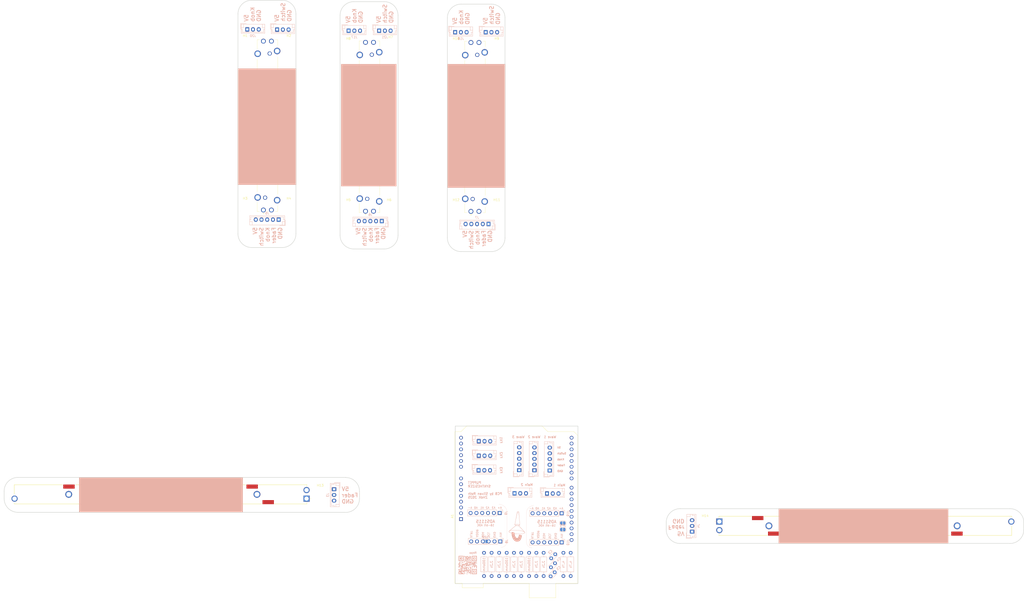
<source format=kicad_pcb>
(kicad_pcb (version 20240108) (generator "pcbnew") (generator_version "8.0")
  (layers (0 "F.Cu" signal) (31 "B.Cu" signal) (34 "B.Paste" user) (35 "F.Paste" user) (36 "B.SilkS" user "B.Silkscreen") (37 "F.SilkS" user "F.Silkscreen") (38 "B.Mask" user) (39 "F.Mask" user) (44 "Edge.Cuts" user))
  (net 0 "")
  (net 1 "Main_1")
  (net 2 "Main_2")
  (net 3 "SDA")
  (net 11 "SCL")
  (net 25 "Toggle_2")
  (net 26 "Switch_2")
  (net 27 "Knob_1")
  (net 30 "Net-(JP1-A)")
  (net 31 "Net-(JP2-A)")
  (net 32 "GND")
  (net 33 "+5V")
  (net 34 "Net-(J24-Pad3)")
  (net 35 "Net-(J24-Pad1)")
  (net 36 "Net-(J25-Pad1)")
  (net 37 "Net-(J25-Pad3)")
  (net 38 "Net-(J26-Pad1)")
  (net 39 "Net-(J26-Pad3)")
  (net 40 "Switch_3")
  (net 41 "Switch_1")
  (net 42 "Small_Fader_1")
  (net 43 "Small_Fader_2")
  (net 44 "Knob_2")
  (net 45 "Small_Fader_3")
  (net 46 "Knob_3")
  (net 47 "Toggle_3")
  (net 48 "Toggle_1")
  (net 50 "Net-(C3-Pad1)")
  (footprint "MountingHole:MountingHole_3.2mm_M3" (layer "F.Cu") (at 248.007351 190.440001)
    (property "Reference" "H4" (at 0 -4.2 0) (layer "F.SilkS"))
    (property "Value" "MountingHole_M3")
    (pad "" np_thru_hole circle (at 0 0) (size 3.2 3.2) (drill 3.2) (layers "*.Cu" "*.Mask"))
  )
  (footprint "MountingHole:MountingHole_3.2mm_M3" (layer "F.Cu") (at 321.032351 191.075001)
    (property "Reference" "H12" (at 0 -4.2 0) (layer "F.SilkS"))
    (property "Value" "MountingHole_M3")
    (pad "" np_thru_hole circle (at 0 0) (size 3.2 3.2) (drill 3.2) (layers "*.Cu" "*.Mask"))
  )
  (footprint "LOGO" (layer "F.Cu") (at 347.851444 329.565)
    (property "Reference" "G***" (hide yes))
    (property "Value" "LOGO" (hide yes))
  )
  (footprint "Module:Arduino_UNO_R3" (layer "F.Cu") (at 323.215 326.39 90)
    (property "Reference" "A1" (at 1.27 -3.81 -90) (layer "F.SilkS"))
    (property "Value" "Arduino_Leonardo")
    (pad "1" thru_hole rect (at 0 0 180) (size 1.6 1.6) (drill 1) (layers "*.Cu" "*.Mask"))
    (pad "2" thru_hole oval (at 2.54 0 180) (size 1.6 1.6) (drill 1) (layers "*.Cu" "*.Mask"))
    (pad "3" thru_hole oval (at 5.08 0 180) (size 1.6 1.6) (drill 1) (layers "*.Cu" "*.Mask"))
    (pad "4" thru_hole oval (at 7.62 0 180) (size 1.6 1.6) (drill 1) (layers "*.Cu" "*.Mask"))
    (pad "5" thru_hole oval (at 10.16 0 180) (size 1.6 1.6) (drill 1) (layers "*.Cu" "*.Mask") (net 33 "+5V"))
    (pad "6" thru_hole oval (at 12.7 0 180) (size 1.6 1.6) (drill 1) (layers "*.Cu" "*.Mask") (net 32 "GND"))
    (pad "7" thru_hole oval (at 15.24 0 180) (size 1.6 1.6) (drill 1) (layers "*.Cu" "*.Mask") (net 32 "GND"))
    (pad "8" thru_hole oval (at 17.78 0 180) (size 1.6 1.6) (drill 1) (layers "*.Cu" "*.Mask"))
    (pad "9" thru_hole oval (at 22.86 0 180) (size 1.6 1.6) (drill 1) (layers "*.Cu" "*.Mask") (net 48 "Toggle_1"))
    (pad "10" thru_hole oval (at 25.4 0 180) (size 1.6 1.6) (drill 1) (layers "*.Cu" "*.Mask") (net 45 "Small_Fader_3"))
    (pad "11" thru_hole oval (at 27.94 0 180) (size 1.6 1.6) (drill 1) (layers "*.Cu" "*.Mask") (net 46 "Knob_3"))
    (pad "12" thru_hole oval (at 30.48 0 180) (size 1.6 1.6) (drill 1) (layers "*.Cu" "*.Mask") (net 47 "Toggle_3"))
    (pad "13" thru_hole oval (at 33.02 0 180) (size 1.6 1.6) (drill 1) (layers "*.Cu" "*.Mask") (net 43 "Small_Fader_2"))
    (pad "14" thru_hole oval (at 35.56 0 180) (size 1.6 1.6) (drill 1) (layers "*.Cu" "*.Mask") (net 42 "Small_Fader_1"))
    (pad "15" thru_hole oval (at 35.56 48.26 180) (size 1.6 1.6) (drill 1) (layers "*.Cu" "*.Mask"))
    (pad "16" thru_hole oval (at 33.02 48.26 180) (size 1.6 1.6) (drill 1) (layers "*.Cu" "*.Mask"))
    (pad "17" thru_hole oval (at 30.48 48.26 180) (size 1.6 1.6) (drill 1) (layers "*.Cu" "*.Mask"))
    (pad "18" thru_hole oval (at 27.94 48.26 180) (size 1.6 1.6) (drill 1) (layers "*.Cu" "*.Mask"))
    (pad "19" thru_hole oval (at 25.4 48.26 180) (size 1.6 1.6) (drill 1) (layers "*.Cu" "*.Mask"))
    (pad "20" thru_hole oval (at 22.86 48.26 180) (size 1.6 1.6) (drill 1) (layers "*.Cu" "*.Mask"))
    (pad "21" thru_hole oval (at 20.32 48.26 180) (size 1.6 1.6) (drill 1) (layers "*.Cu" "*.Mask"))
    (pad "22" thru_hole oval (at 17.78 48.26 180) (size 1.6 1.6) (drill 1) (layers "*.Cu" "*.Mask"))
    (pad "23" thru_hole oval (at 13.72 48.26 180) (size 1.6 1.6) (drill 1) (layers "*.Cu" "*.Mask"))
    (pad "24" thru_hole oval (at 11.18 48.26 180) (size 1.6 1.6) (drill 1) (layers "*.Cu" "*.Mask"))
    (pad "25" thru_hole oval (at 8.64 48.26 180) (size 1.6 1.6) (drill 1) (layers "*.Cu" "*.Mask"))
    (pad "26" thru_hole oval (at 6.1 48.26 180) (size 1.6 1.6) (drill 1) (layers "*.Cu" "*.Mask"))
    (pad "27" thru_hole oval (at 3.56 48.26 180) (size 1.6 1.6) (drill 1) (layers "*.Cu" "*.Mask"))
    (pad "28" thru_hole oval (at 1.02 48.26 180) (size 1.6 1.6) (drill 1) (layers "*.Cu" "*.Mask"))
    (pad "29" thru_hole oval (at -1.52 48.26 180) (size 1.6 1.6) (drill 1) (layers "*.Cu" "*.Mask") (net 32 "GND"))
    (pad "30" thru_hole oval (at -4.06 48.26 180) (size 1.6 1.6) (drill 1) (layers "*.Cu" "*.Mask"))
    (pad "31" thru_hole oval (at -6.6 48.26 180) (size 1.6 1.6) (drill 1) (layers "*.Cu" "*.Mask") (net 3 "SDA"))
    (pad "32" thru_hole oval (at -9.14 48.26 180) (size 1.6 1.6) (drill 1) (layers "*.Cu" "*.Mask") (net 11 "SCL"))
  )
  (footprint "MountingHole:MountingHole_3.2mm_M3" (layer "F.Cu") (at 429.819875 329.155002)
    (property "Reference" "H14" (at 0 -4.2 0) (layer "F.SilkS"))
    (property "Value" "MountingHole_M3")
    (pad "" np_thru_hole circle (at 0 0) (size 3.2 3.2) (drill 3.2) (layers "*.Cu" "*.Mask"))
  )
  (footprint "MountingHole:MountingHole_3.2mm_M3" (layer "F.Cu") (at 248.007351 119.320001)
    (property "Reference" "H2" (at 0 -4.2 0) (layer "F.SilkS"))
    (property "Value" "MountingHole_M3")
    (pad "" np_thru_hole circle (at 0 0) (size 3.2 3.2) (drill 3.2) (layers "*.Cu" "*.Mask"))
  )
  (footprint "MountingHole:MountingHole_3.2mm_M3" (layer "F.Cu") (at 228.957351 119.320001)
    (property "Reference" "H1" (at 0 -4.2 0) (layer "F.SilkS"))
    (property "Value" "MountingHole_M3")
    (pad "" np_thru_hole circle (at 0 0) (size 3.2 3.2) (drill 3.2) (layers "*.Cu" "*.Mask"))
  )
  (footprint "MountingHole:MountingHole_3.2mm_M3" (layer "F.Cu") (at 228.957351 190.440001)
    (property "Reference" "H3" (at 0 -4.2 0) (layer "F.SilkS"))
    (property "Value" "MountingHole_M3")
    (pad "" np_thru_hole circle (at 0 0) (size 3.2 3.2) (drill 3.2) (layers "*.Cu" "*.Mask"))
  )
  (footprint "MountingHole:MountingHole_3.2mm_M3" (layer "F.Cu") (at 338.812351 120.590001)
    (property "Reference" "H9" (at 0 -4.2 0) (layer "F.SilkS"))
    (property "Value" "MountingHole_M3")
    (pad "" np_thru_hole circle (at 0 0) (size 3.2 3.2) (drill 3.2) (layers "*.Cu" "*.Mask"))
  )
  (footprint "LOGO" (layer "F.Cu") (at 347.663098 319.658524)
    (property "Reference" "G***" (hide yes))
    (property "Value" "LOGO" (hide yes))
  )
  (footprint "MountingHole:MountingHole_3.2mm_M3" (layer "F.Cu") (at 274.042351 191.075001)
    (property "Reference" "H5" (at 0 -4.2 0) (layer "F.SilkS"))
    (property "Value" "MountingHole_M3")
    (pad "" np_thru_hole circle (at 0 0) (size 3.2 3.2) (drill 3.2) (layers "*.Cu" "*.Mask"))
  )
  (footprint "PuppetSynth:PS1001B1BR10K" (layer "F.Cu") (at 436 327.465)
    (property "Reference" "10k2" (at 63.75 1.875 0) (layer "F.SilkS") (effects (font (size 1.27 1.27) (thickness 0.254))))
    (property "Value" "R_Potentiometer" (hide yes))
    (pad "1" thru_hole rect (at 0 0) (size 2.7 2.7) (drill 1.8) (layers "*.Cu" "*.Mask") (net 33 "+5V"))
    (pad "2" thru_hole circle (at 0 3.75) (size 2.7 2.7) (drill 1.8) (layers "*.Cu" "*.Mask") (net 2 "Main_2"))
    (pad "3" thru_hole circle (at 127.5 0) (size 2.7 2.7) (drill 1.8) (layers "*.Cu" "*.Mask") (net 32 "GND"))
    (pad "4" thru_hole circle (at 21.65 1.875) (size 3 3) (drill 2) (layers "*.Cu" "*.Mask"))
    (pad "5" thru_hole circle (at 103.85 1.875) (size 3 3) (drill 2) (layers "*.Cu" "*.Mask"))
    (pad "6" smd rect (at 16.75 -1.525 90) (size 1.8 5) (layers "F.Cu" "F.Paste" "F.Mask"))
    (pad "7" smd rect (at 91.75 -1.525 90) (size 1.8 5) (layers "F.Cu" "F.Paste" "F.Mask"))
    (pad "8" smd rect (at 23.75 5.275 90) (size 1.8 5) (layers "F.Cu" "F.Paste" "F.Mask"))
    (pad "9" smd rect (at 103.75 5.275 90) (size 1.8 5) (layers "F.Cu" "F.Paste" "F.Mask"))
  )
  (footprint "MountingHole:MountingHole_3.2mm_M3" (layer "F.Cu") (at 292.457351 119.955001)
    (property "Reference" "H7" (at 0 -4.2 0) (layer "F.SilkS"))
    (property "Value" "MountingHole_M3")
    (pad "" np_thru_hole circle (at 0 0) (size 3.2 3.2) (drill 3.2) (layers "*.Cu" "*.Mask"))
  )
  (footprint "PuppetSynth:PS6020MC1BR10K" (layer "F.Cu") (at 281.497351 191.834999 90)
    (property "Reference" "10k6" (at 36.625 1.75 90) (layer "F.SilkS") (effects (font (size 1.27 1.27) (thickness 0.254))))
    (property "Value" "R_Potentiometer" (hide yes))
    (pad "A1" thru_hole circle (at 0 0 90) (size 2.1 2.1) (drill 1.4) (layers "*.Cu" "*.Mask"))
    (pad "A2" thru_hole circle (at 5.4 0.75 90) (size 1.8 1.8) (drill 1.2) (layers "*.Cu" "*.Mask"))
    (pad "A3" thru_hole circle (at 73.8 0 90) (size 2.1 2.1) (drill 1.4) (layers "*.Cu" "*.Mask"))
    (pad "B1" thru_hole circle (at 0 3.5 90) (size 2.1 2.1) (drill 1.4) (layers "*.Cu" "*.Mask"))
    (pad "B2" thru_hole circle (at 68.4 2.75 90) (size 1.8 1.8) (drill 1.2) (layers "*.Cu" "*.Mask"))
    (pad "B3" thru_hole circle (at 73.8 3.5 90) (size 2.1 2.1) (drill 1.4) (layers "*.Cu" "*.Mask"))
    (pad "MH1" thru_hole circle (at 5.5 -2.5 90) (size 2.85 2.85) (drill 1.9) (layers "*.Cu" "*.Mask"))
    (pad "MH2" thru_hole circle (at 68.3 -2.5 90) (size 2.85 2.85) (drill 1.9) (layers "*.Cu" "*.Mask"))
    (pad "MH3" thru_hole circle (at 4.3 6 90) (size 2.85 2.85) (drill 1.9) (layers "*.Cu" "*.Mask"))
    (pad "MH4" thru_hole circle (at 69.5 6 90) (size 2.85 2.85) (drill 1.9) (layers "*.Cu" "*.Mask"))
  )
  (footprint "MountingHole:MountingHole_3.2mm_M3" (layer "F.Cu") (at 338.812351 191.075001)
    (property "Reference" "H11" (at 0 -4.2 0) (layer "F.SilkS"))
    (property "Value" "MountingHole_M3")
    (pad "" np_thru_hole circle (at 0 0) (size 3.2 3.2) (drill 3.2) (layers "*.Cu" "*.Mask"))
  )
  (footprint "MountingHole:MountingHole_3.2mm_M3" (layer "F.Cu") (at 291.822351 191.075001)
    (property "Reference" "H6" (at 0 -4.2 0) (layer "F.SilkS"))
    (property "Value" "MountingHole_M3")
    (pad "" np_thru_hole circle (at 0 0) (size 3.2 3.2) (drill 3.2) (layers "*.Cu" "*.Mask"))
  )
  (footprint "MountingHole:MountingHole_3.2mm_M3" (layer "F.Cu") (at 274.042351 120.590001)
    (property "Reference" "H8" (at 0 -4.2 0) (layer "F.SilkS"))
    (property "Value" "MountingHole_M3")
    (pad "" np_thru_hole circle (at 0 0) (size 3.2 3.2) (drill 3.2) (layers "*.Cu" "*.Mask"))
  )
  (footprint "MountingHole:MountingHole_3.2mm_M3" (layer "F.Cu") (at 321.032351 120.590001)
    (property "Reference" "H10" (at 0 -4.2 0) (layer "F.SilkS"))
    (property "Value" "MountingHole_M3")
    (pad "" np_thru_hole circle (at 0 0) (size 3.2 3.2) (drill 3.2) (layers "*.Cu" "*.Mask"))
  )
  (footprint "MountingHole:MountingHole_3.2mm_M3" (layer "F.Cu") (at 261.724388 315.844484)
    (property "Reference" "H13" (at 0 -4.2 0) (layer "F.SilkS"))
    (property "Value" "MountingHole_M3")
    (pad "" np_thru_hole circle (at 0 0) (size 3.2 3.2) (drill 3.2) (layers "*.Cu" "*.Mask"))
  )
  (footprint "PuppetSynth:PS6020MC1BR10K" (layer "F.Cu") (at 236.908351 191.320002 90)
    (property "Reference" "10k4" (at 36.625 1.75 90) (layer "F.SilkS") (effects (font (size 1.27 1.27) (thickness 0.254))))
    (property "Value" "R_Potentiometer" (hide yes))
    (pad "A1" thru_hole circle (at 0 0 90) (size 2.1 2.1) (drill 1.4) (layers "*.Cu" "*.Mask"))
    (pad "A2" thru_hole circle (at 5.4 0.75 90) (size 1.8 1.8) (drill 1.2) (layers "*.Cu" "*.Mask"))
    (pad "A3" thru_hole circle (at 73.8 0 90) (size 2.1 2.1) (drill 1.4) (layers "*.Cu" "*.Mask"))
    (pad "B1" thru_hole circle (at 0 3.5 90) (size 2.1 2.1) (drill 1.4) (layers "*.Cu" "*.Mask"))
    (pad "B2" thru_hole circle (at 68.4 2.75 90) (size 1.8 1.8) (drill 1.2) (layers "*.Cu" "*.Mask"))
    (pad "B3" thru_hole circle (at 73.8 3.5 90) (size 2.1 2.1) (drill 1.4) (layers "*.Cu" "*.Mask"))
    (pad "MH1" thru_hole circle (at 5.5 -2.5 90) (size 2.85 2.85) (drill 1.9) (layers "*.Cu" "*.Mask"))
    (pad "MH2" thru_hole circle (at 68.3 -2.5 90) (size 2.85 2.85) (drill 1.9) (layers "*.Cu" "*.Mask"))
    (pad "MH3" thru_hole circle (at 4.3 6 90) (size 2.85 2.85) (drill 1.9) (layers "*.Cu" "*.Mask"))
    (pad "MH4" thru_hole circle (at 69.5 6 90) (size 2.85 2.85) (drill 1.9) (layers "*.Cu" "*.Mask"))
  )
  (footprint "PuppetSynth:PS1001B1BR10K" (layer "F.Cu") (at 255.754513 317.454482 180)
    (property "Reference" "10k1" (at 63.749998 1.874999 180) (layer "F.SilkS") (effects (font (size 1.27 1.27) (thickness 0.254))))
    (property "Value" "R_Potentiometer" (hide yes))
    (pad "1" thru_hole rect (at 0 0 180) (size 2.7 2.7) (drill 1.8) (layers "*.Cu" "*.Mask") (net 33 "+5V"))
    (pad "2" thru_hole circle (at 0.000001 3.750002 180) (size 2.7 2.7) (drill 1.8) (layers "*.Cu" "*.Mask") (net 1 "Main_1"))
    (pad "3" thru_hole circle (at 127.5 0 180) (size 2.7 2.7) (drill 1.8) (layers "*.Cu" "*.Mask") (net 32 "GND"))
    (pad "4" thru_hole circle (at 21.65 1.875001 180) (size 3 3) (drill 2) (layers "*.Cu" "*.Mask"))
    (pad "5" thru_hole circle (at 103.850001 1.874999 180) (size 3 3) (drill 2) (layers "*.Cu" "*.Mask"))
    (pad "6" smd rect (at 16.75 -1.525 270) (size 1.8 5) (layers "F.Cu" "F.Paste" "F.Mask"))
    (pad "7" smd rect (at 91.749999 -1.525001 270) (size 1.8 5) (layers "F.Cu" "F.Paste" "F.Mask"))
    (pad "8" smd rect (at 23.75 5.275 270) (size 1.8 5) (layers "F.Cu" "F.Paste" "F.Mask"))
    (pad "9" smd rect (at 103.749998 5.275001 270) (size 1.8 5) (layers "F.Cu" "F.Paste" "F.Mask"))
  )
  (footprint "PuppetSynth:PS6020MC1BR10K" (layer "F.Cu") (at 327.542758 191.914999 90)
    (property "Reference" "10k8" (at 36.625 1.75 90) (layer "F.SilkS") (effects (font (size 1.27 1.27) (thickness 0.254))))
    (property "Value" "R_Potentiometer" (hide yes))
    (pad "A1" thru_hole circle (at 0 0 90) (size 2.1 2.1) (drill 1.4) (layers "*.Cu" "*.Mask"))
    (pad "A2" thru_hole circle (at 5.4 0.75 90) (size 1.8 1.8) (drill 1.2) (layers "*.Cu" "*.Mask"))
    (pad "A3" thru_hole circle (at 73.8 0 90) (size 2.1 2.1) (drill 1.4) (layers "*.Cu" "*.Mask"))
    (pad "B1" thru_hole circle (at 0 3.5 90) (size 2.1 2.1) (drill 1.4) (layers "*.Cu" "*.Mask"))
    (pad "B2" thru_hole circle (at 68.4 2.75 90) (size 1.8 1.8) (drill 1.2) (layers "*.Cu" "*.Mask"))
    (pad "B3" thru_hole circle (at 73.8 3.5 90) (size 2.1 2.1) (drill 1.4) (layers "*.Cu" "*.Mask"))
    (pad "MH1" thru_hole circle (at 5.5 -2.5 90) (size 2.85 2.85) (drill 1.9) (layers "*.Cu" "*.Mask"))
    (pad "MH2" thru_hole circle (at 68.3 -2.5 90) (size 2.85 2.85) (drill 1.9) (layers "*.Cu" "*.Mask"))
    (pad "MH3" thru_hole circle (at 4.3 6 90) (size 2.85 2.85) (drill 1.9) (layers "*.Cu" "*.Mask"))
    (pad "MH4" thru_hole circle (at 69.5 6 90) (size 2.85 2.85) (drill 1.9) (layers "*.Cu" "*.Mask"))
  )
  (footprint "Resistor_THT:R_Axial_DIN0207_L6.3mm_D2.5mm_P10.16mm_Horizontal" (layer "B.Cu") (at 367.919 341.122003 -90)
    (property "Reference" "R2" (hide yes))
    (property "Value" "4.7k" (at 5.079999 0 90) (layer "B.SilkS") (effects (justify mirror)))
    (pad "1" thru_hole circle (at 0 0 270) (size 1.6 1.6) (drill 0.8) (layers "*.Cu" "*.Mask") (net 31 "Net-(JP2-A)"))
    (pad "2" thru_hole oval (at 10.159999 0 270) (size 1.6 1.6) (drill 0.8) (layers "*.Cu" "*.Mask") (net 33 "+5V"))
  )
  (footprint "Capacitor_THT:C_Disc_D3.0mm_W2.0mm_P2.50mm" (layer "B.Cu") (at 364.236 345.694001 -135)
    (property "Reference" "C4" (at -2.342104 0.000002 -135) (layer "B.SilkS") (effects (justify mirror)))
    (property "Value" "1uF")
    (pad "1" thru_hole circle (at 0 0 225) (size 1.6 1.6) (drill 0.8) (layers "*.Cu" "*.Mask") (net 25 "Toggle_2"))
    (pad "2" thru_hole circle (at 2.5 0 225) (size 1.6 1.6) (drill 0.8) (layers "*.Cu" "*.Mask") (net 32 "GND"))
  )
  (footprint "Jumper:SolderJumper-2_P1.3mm_Open_RoundedPad1.0x1.5mm" (layer "B.Cu") (at 367.65 328.168 180)
    (property "Reference" "JP2" (hide yes))
    (property "Value" "Jumper_2_Bridged" (hide yes))
    (pad "1" smd custom (at -0.65 0 180) (size 1 0.5) (layers "B.Cu" "B.Mask") (net 31 "Net-(JP2-A)") (options (clearance outline) (anchor rect)) (primitives (gr_circle (center 0 -0.25) (end 0.5 -0.25) (width 0) (fill yes)) (gr_circle (center 0 0.25) (end 0.5 0.25) (width 0) (fill yes)) (gr_poly (pts (xy 0.5 -0.75) (xy 0 -0.75) (xy 0 0.75) (xy 0.5 0.75)) (width 0) (fill yes))))
    (pad "2" smd custom (at 0.65 0 180) (size 1 0.5) (layers "B.Cu" "B.Mask") (net 3 "SDA") (options (clearance outline) (anchor rect)) (primitives (gr_circle (center 0 -0.25) (end 0.5 -0.25) (width 0) (fill yes)) (gr_circle (center 0 0.25) (end 0.5 0.25) (width 0) (fill yes)) (gr_poly (pts (xy 0 -0.75) (xy -0.5 -0.75) (xy -0.5 0.75) (xy 0 0.75)) (width 0) (fill yes))))
  )
  (footprint "Connector_JST:JST_EH_B3B-EH-A_1x03_P2.50mm_Vertical" (layer "B.Cu") (at 287.457351 112.970001)
    (property "Reference" "J21" (at 2.500001 2.799999 0) (layer "B.SilkS") (effects (justify mirror)))
    (property "Value" "JST_03")
    (pad "1" thru_hole roundrect (at 0 0) (size 1.7 1.95) (drill 0.95) (layers "*.Cu" "*.Mask") (roundrect_rratio 0.147059) (net 33 "+5V"))
    (pad "2" thru_hole oval (at 2.5 -0.000001) (size 1.7 1.95) (drill 0.95) (layers "*.Cu" "*.Mask") (net 44 "Knob_2"))
    (pad "3" thru_hole oval (at 5 0) (size 1.7 1.95) (drill 0.95) (layers "*.Cu" "*.Mask") (net 32 "GND"))
  )
  (footprint "Connector_JST:JST_EH_B5B-EH-A_1x05_P2.50mm_Vertical" (layer "B.Cu") (at 355.265001 305.067997 90)
    (property "Reference" "J14" (hide yes))
    (property "Value" "JST_05" (hide yes))
    (pad "1" thru_hole roundrect (at 0 0 90) (size 1.7 1.95) (drill 0.95) (layers "*.Cu" "*.Mask") (roundrect_rratio 0.147059) (net 32 "GND"))
    (pad "2" thru_hole oval (at 2.5 -0.000001 90) (size 1.7 1.95) (drill 0.95) (layers "*.Cu" "*.Mask") (net 43 "Small_Fader_2"))
    (pad "3" thru_hole oval (at 5 0 90) (size 1.7 1.95) (drill 0.95) (layers "*.Cu" "*.Mask") (net 44 "Knob_2"))
    (pad "4" thru_hole oval (at 7.5 0 90) (size 1.7 1.95) (drill 0.95) (layers "*.Cu" "*.Mask") (net 26 "Switch_2"))
    (pad "5" thru_hole oval (at 9.999999 0.000001 90) (size 1.7 1.95) (drill 0.95) (layers "*.Cu" "*.Mask") (net 33 "+5V"))
  )
  (footprint "Connector_JST:JST_EH_B3B-EH-A_1x03_P2.50mm_Vertical" (layer "B.Cu") (at 267.774388 313.344484 -90)
    (property "Reference" "J3" (at 2.500001 2.8 90) (layer "B.SilkS") (effects (justify mirror)))
    (property "Value" "JST_03")
    (pad "1" thru_hole roundrect (at 0 0 270) (size 1.7 1.95) (drill 0.95) (layers "*.Cu" "*.Mask") (roundrect_rratio 0.147059) (net 33 "+5V"))
    (pad "2" thru_hole oval (at 2.5 -0.000001 270) (size 1.7 1.95) (drill 0.95) (layers "*.Cu" "*.Mask") (net 1 "Main_1"))
    (pad "3" thru_hole oval (at 5 0 270) (size 1.7 1.95) (drill 0.95) (layers "*.Cu" "*.Mask") (net 32 "GND"))
  )
  (footprint "Connector_JST:JST_EH_B3B-EH-A_1x03_P2.50mm_Vertical" (layer "B.Cu") (at 320.647758 113.605001)
    (property "Reference" "J18" (at 2.500001 2.799999 0) (layer "B.SilkS") (effects (justify mirror)))
    (property "Value" "JST_03")
    (pad "1" thru_hole roundrect (at 0 0) (size 1.7 1.95) (drill 0.95) (layers "*.Cu" "*.Mask") (roundrect_rratio 0.147059) (net 33 "+5V"))
    (pad "2" thru_hole oval (at 2.5 -0.000001) (size 1.7 1.95) (drill 0.95) (layers "*.Cu" "*.Mask") (net 40 "Switch_3"))
    (pad "3" thru_hole oval (at 5 0) (size 1.7 1.95) (drill 0.95) (layers "*.Cu" "*.Mask") (net 32 "GND"))
  )
  (footprint "Connector_JST:JST_EH_B5B-EH-A_1x05_P2.50mm_Vertical" (layer "B.Cu") (at 361.95 305.147999 90)
    (property "Reference" "J13" (hide yes))
    (property "Value" "JST_05" (hide yes))
    (pad "1" thru_hole roundrect (at 0 0 90) (size 1.7 1.95) (drill 0.95) (layers "*.Cu" "*.Mask") (roundrect_rratio 0.147059) (net 32 "GND"))
    (pad "2" thru_hole oval (at 2.500001 0 90) (size 1.7 1.95) (drill 0.95) (layers "*.Cu" "*.Mask") (net 42 "Small_Fader_1"))
    (pad "3" thru_hole oval (at 5 0 90) (size 1.7 1.95) (drill 0.95) (layers "*.Cu" "*.Mask") (net 27 "Knob_1"))
    (pad "4" thru_hole oval (at 7.5 0 90) (size 1.7 1.95) (drill 0.95) (layers "*.Cu" "*.Mask") (net 41 "Switch_1"))
    (pad "5" thru_hole oval (at 9.999999 0.000001 90) (size 1.7 1.95) (drill 0.95) (layers "*.Cu" "*.Mask") (net 33 "+5V"))
  )
  (footprint "Connector_JST:JST_EH_B5B-EH-A_1x05_P2.50mm_Vertical" (layer "B.Cu") (at 243.578351 195.520001 180)
    (property "Reference" "J5" (at 5 2.8 180) (layer "B.SilkS") (effects (justify mirror)))
    (property "Value" "JST_05")
    (pad "1" thru_hole roundrect (at 0 0 180) (size 1.7 1.95) (drill 0.95) (layers "*.Cu" "*.Mask") (roundrect_rratio 0.147059) (net 32 "GND"))
    (pad "2" thru_hole oval (at 2.5 0 180) (size 1.7 1.95) (drill 0.95) (layers "*.Cu" "*.Mask") (net 42 "Small_Fader_1"))
    (pad "3" thru_hole oval (at 5 0 180) (size 1.7 1.95) (drill 0.95) (layers "*.Cu" "*.Mask") (net 27 "Knob_1"))
    (pad "4" thru_hole oval (at 7.5 0 180) (size 1.7 1.95) (drill 0.95) (layers "*.Cu" "*.Mask") (net 41 "Switch_1"))
    (pad "5" thru_hole oval (at 10 0 180) (size 1.7 1.95) (drill 0.95) (layers "*.Cu" "*.Mask") (net 33 "+5V"))
  )
  (footprint "Resistor_THT:R_Axial_DIN0207_L6.3mm_D2.5mm_P10.16mm_Horizontal" (layer "B.Cu") (at 346.329 351.282002 90)
    (property "Reference" "R10" (hide yes))
    (property "Value" "2.2k" (at 5.08 0 270) (layer "B.SilkS") (effects (justify mirror)))
    (pad "1" thru_hole circle (at 0 0 90) (size 1.6 1.6) (drill 0.8) (layers "*.Cu" "*.Mask") (net 32 "GND"))
    (pad "2" thru_hole oval (at 10.159999 0 90) (size 1.6 1.6) (drill 0.8) (layers "*.Cu" "*.Mask") (net 37 "Net-(J25-Pad3)"))
  )
  (footprint "Connector_JST:JST_EH_B3B-EH-A_1x03_P2.50mm_Vertical" (layer "B.Cu") (at 274.122351 112.970001)
    (property "Reference" "J17" (at 2.500001 2.799999 0) (layer "B.SilkS") (effects (justify mirror)))
    (property "Value" "JST_03")
    (pad "1" thru_hole roundrect (at 0 0) (size 1.7 1.95) (drill 0.95) (layers "*.Cu" "*.Mask") (roundrect_rratio 0.147059) (net 33 "+5V"))
    (pad "2" thru_hole oval (at 2.500001 0) (size 1.7 1.95) (drill 0.95) (layers "*.Cu" "*.Mask") (net 26 "Switch_2"))
    (pad "3" thru_hole oval (at 5 0) (size 1.7 1.95) (drill 0.95) (layers "*.Cu" "*.Mask") (net 32 "GND"))
  )
  (footprint "Connector_PinSocket_2.54mm:PinSocket_1x06_P2.54mm_Vertical" (layer "B.Cu") (at 340.359999 336.150941 90)
    (property "Reference" "J8" (at 0 2.770001 -90) (layer "B.SilkS") (effects (justify mirror)))
    (property "Value" "PINHD_1x6_Female" (hide yes))
    (pad "1" thru_hole rect (at 0 0 90) (size 1.7 1.7) (drill 1) (layers "*.Cu" "*.Mask") (net 33 "+5V"))
    (pad "2" thru_hole oval (at -0.000001 -2.540001 90) (size 1.7 1.7) (drill 1) (layers "*.Cu" "*.Mask") (net 32 "GND"))
    (pad "3" thru_hole oval (at 0 -5.08 90) (size 1.7 1.7) (drill 1) (layers "*.Cu" "*.Mask") (net 11 "SCL"))
    (pad "4" thru_hole oval (at 0 -7.62 90) (size 1.7 1.7) (drill 1) (layers "*.Cu" "*.Mask") (net 3 "SDA"))
    (pad "5" thru_hole oval (at 0 -10.159999 90) (size 1.7 1.7) (drill 1) (layers "*.Cu" "*.Mask") (net 32 "GND"))
    (pad "6" thru_hole oval (at 0 -12.699999 90) (size 1.7 1.7) (drill 1) (layers "*.Cu" "*.Mask"))
  )
  (footprint "Connector_PinSocket_2.54mm:PinSocket_1x06_P2.54mm_Vertical" (layer "B.Cu") (at 367.157 336.55 90)
    (property "Reference" "J10" (at 0 2.770001 -90) (layer "B.SilkS") (effects (justify mirror)))
    (property "Value" "PINHD_1x6_Female")
    (pad "1" thru_hole rect (at 0 0 90) (size 1.7 1.7) (drill 1) (layers "*.Cu" "*.Mask") (net 33 "+5V"))
    (pad "2" thru_hole oval (at -0.000001 -2.540001 90) (size 1.7 1.7) (drill 1) (layers "*.Cu" "*.Mask") (net 32 "GND"))
    (pad "3" thru_hole oval (at 0 -5.08 90) (size 1.7 1.7) (drill 1) (layers "*.Cu" "*.Mask") (net 11 "SCL"))
    (pad "4" thru_hole oval (at 0 -7.62 90) (size 1.7 1.7) (drill 1) (layers "*.Cu" "*.Mask") (net 3 "SDA"))
    (pad "5" thru_hole oval (at -0.000001 -10.159999 90) (size 1.7 1.7) (drill 1) (layers "*.Cu" "*.Mask") (net 33 "+5V"))
    (pad "6" thru_hole oval (at 0 -12.699999 90) (size 1.7 1.7) (drill 1) (layers "*.Cu" "*.Mask"))
  )
  (footprint "Connector_JST:JST_EH_B3B-EH-A_1x03_P2.50mm_Vertical" (layer "B.Cu") (at 229.87 112.395)
    (property "Reference" "J20" (at 2.5 2.8 0) (layer "B.SilkS") (effects (justify mirror)))
    (property "Value" "JST_03")
    (pad "1" thru_hole roundrect (at 0 0) (size 1.7 1.95) (drill 0.95) (layers "*.Cu" "*.Mask") (roundrect_rratio 0.147059) (net 33 "+5V"))
    (pad "2" thru_hole oval (at 2.5 0.000001) (size 1.7 1.95) (drill 0.95) (layers "*.Cu" "*.Mask"))
    (pad "3" thru_hole oval (at 5 0) (size 1.7 1.95) (drill 0.95) (layers "*.Cu" "*.Mask") (net 32 "GND"))
  )
  (footprint "Connector_PinSocket_2.54mm:PinSocket_1x06_P2.54mm_Vertical" (layer "B.Cu") (at 367.157 323.85 90)
    (property "Reference" "J19" (at 0 2.770001 -90) (layer "B.SilkS") (effects (justify mirror)))
    (property "Value" "PINHD_1x6_Female" (hide yes))
    (pad "1" thru_hole rect (at 0 0 90) (size 1.7 1.7) (drill 1) (layers "*.Cu" "*.Mask"))
    (pad "2" thru_hole oval (at -0.000001 -2.540001 90) (size 1.7 1.7) (drill 1) (layers "*.Cu" "*.Mask"))
    (pad "3" thru_hole oval (at 0 -5.08 90) (size 1.7 1.7) (drill 1) (layers "*.Cu" "*.Mask") (net 1 "Main_1"))
    (pad "4" thru_hole oval (at 0 -7.62 90) (size 1.7 1.7) (drill 1) (layers "*.Cu" "*.Mask") (net 2 "Main_2"))
    (pad "5" thru_hole oval (at -0.000001 -10.159999 90) (size 1.7 1.7) (drill 1) (layers "*.Cu" "*.Mask") (net 40 "Switch_3"))
    (pad "6" thru_hole oval (at 0 -12.699999 90) (size 1.7 1.7) (drill 1) (layers "*.Cu" "*.Mask") (net 41 "Switch_1"))
  )
  (footprint "Connector_JST:JST_EH_B5B-EH-A_1x05_P2.50mm_Vertical" (layer "B.Cu") (at 348.615002 305.027995 90)
    (property "Reference" "J15" (hide yes))
    (property "Value" "JST_05" (hide yes))
    (pad "1" thru_hole roundrect (at 0 0 90) (size 1.7 1.95) (drill 0.95) (layers "*.Cu" "*.Mask") (roundrect_rratio 0.147059) (net 32 "GND"))
    (pad "2" thru_hole oval (at 2.5 -0.000001 90) (size 1.7 1.95) (drill 0.95) (layers "*.Cu" "*.Mask") (net 45 "Small_Fader_3"))
    (pad "3" thru_hole oval (at 5 0 90) (size 1.7 1.95) (drill 0.95) (layers "*.Cu" "*.Mask") (net 46 "Knob_3"))
    (pad "4" thru_hole oval (at 7.5 0 90) (size 1.7 1.95) (drill 0.95) (layers "*.Cu" "*.Mask") (net 40 "Switch_3"))
    (pad "5" thru_hole oval (at 9.999999 -0.000001 90) (size 1.7 1.95) (drill 0.95) (layers "*.Cu" "*.Mask") (net 33 "+5V"))
  )
  (footprint "Connector_JST:JST_EH_B5B-EH-A_1x05_P2.50mm_Vertical" (layer "B.Cu") (at 288.607351 196.155001 180)
    (property "Reference" "J6" (at 5.000001 2.799997 180) (layer "B.SilkS") (effects (justify mirror)))
    (property "Value" "JST_05")
    (pad "1" thru_hole roundrect (at 0 0 180) (size 1.7 1.95) (drill 0.95) (layers "*.Cu" "*.Mask") (roundrect_rratio 0.147059) (net 32 "GND"))
    (pad "2" thru_hole oval (at 2.5 -0.000001 180) (size 1.7 1.95) (drill 0.95) (layers "*.Cu" "*.Mask") (net 43 "Small_Fader_2"))
    (pad "3" thru_hole oval (at 5 0 180) (size 1.7 1.95) (drill 0.95) (layers "*.Cu" "*.Mask") (net 44 "Knob_2"))
    (pad "4" thru_hole oval (at 7.5 0 180) (size 1.7 1.95) (drill 0.95) (layers "*.Cu" "*.Mask") (net 26 "Switch_2"))
    (pad "5" thru_hole oval (at 9.999999 0.000001 180) (size 1.7 1.95) (drill 0.95) (layers "*.Cu" "*.Mask") (net 33 "+5V"))
  )
  (footprint "Capacitor_THT:C_Disc_D3.0mm_W2.0mm_P2.50mm" (layer "B.Cu") (at 364.103885 349.636119 -135)
    (property "Reference" "C5" (at -2.451052 0.10895 -135) (layer "B.SilkS") (effects (justify mirror)))
    (property "Value" "1uF")
    (pad "1" thru_hole circle (at 0 0 225) (size 1.6 1.6) (drill 0.8) (layers "*.Cu" "*.Mask") (net 47 "Toggle_3"))
    (pad "2" thru_hole circle (at 2.5 0 225) (size 1.6 1.6) (drill 0.8) (layers "*.Cu" "*.Mask") (net 32 "GND"))
  )
  (footprint "Jumper:SolderJumper-2_P1.3mm_Open_RoundedPad1.0x1.5mm" (layer "B.Cu") (at 367.65 330.962 180)
    (property "Reference" "JP1" (at 0 1.8 180) (layer "B.SilkS") (effects (justify mirror)))
    (property "Value" "Jumper_2_Bridged")
    (pad "1" smd custom (at -0.65 0 180) (size 1 0.5) (layers "B.Cu" "B.Mask") (net 30 "Net-(JP1-A)") (options (clearance outline) (anchor rect)) (primitives (gr_circle (center 0 -0.25) (end 0.5 -0.25) (width 0) (fill yes)) (gr_circle (center 0 0.25) (end 0.5 0.25) (width 0) (fill yes)) (gr_poly (pts (xy 0.5 -0.75) (xy 0 -0.75) (xy 0 0.75) (xy 0.5 0.75)) (width 0) (fill yes))))
    (pad "2" smd custom (at 0.65 0 180) (size 1 0.5) (layers "B.Cu" "B.Mask") (net 11 "SCL") (options (clearance outline) (anchor rect)) (primitives (gr_circle (center 0 -0.25) (end 0.5 -0.25) (width 0) (fill yes)) (gr_circle (center 0 0.25) (end 0.5 0.25) (width 0) (fill yes)) (gr_poly (pts (xy 0 -0.75) (xy -0.5 -0.75) (xy -0.5 0.75) (xy 0 0.75)) (width 0) (fill yes))))
  )
  (footprint "Capacitor_THT:C_Disc_D3.0mm_W2.0mm_P2.50mm" (layer "B.Cu") (at 364.357885 341.762119 -135)
    (property "Reference" "C3" (at 0.800988 2.245064 -135) (layer "B.SilkS") (effects (justify mirror)))
    (property "Value" "1uF")
    (pad "1" thru_hole circle (at 0 0 225) (size 1.6 1.6) (drill 0.8) (layers "*.Cu" "*.Mask") (net 50 "Net-(C3-Pad1)"))
    (pad "2" thru_hole circle (at 2.5 0 225) (size 1.6 1.6) (drill 0.8) (layers "*.Cu" "*.Mask") (net 32 "GND"))
  )
  (footprint "Connector_JST:JST_EH_B3B-EH-A_1x03_P2.50mm_Vertical" (layer "B.Cu") (at 330.881998 305.054)
    (property "Reference" "J26" (hide yes))
    (property "Value" "JST_03" (hide yes))
    (pad "1" thru_hole roundrect (at 0 0) (size 1.7 1.95) (drill 0.95) (layers "*.Cu" "*.Mask") (roundrect_rratio 0.147059) (net 38 "Net-(J26-Pad1)"))
    (pad "2" thru_hole oval (at 2.5 0.000001) (size 1.7 1.95) (drill 0.95) (layers "*.Cu" "*.Mask") (net 47 "Toggle_3"))
    (pad "3" thru_hole oval (at 5 0) (size 1.7 1.95) (drill 0.95) (layers "*.Cu" "*.Mask") (net 39 "Net-(J26-Pad3)"))
  )
  (footprint "Jumper:SolderJumper-2_P1.3mm_Open_RoundedPad1.0x1.5mm" (layer "B.Cu") (at 333.737951 336.15094 180)
    (property "Reference" "JP2" (at 0 1.8 180) (layer "B.SilkS") (effects (justify mirror)))
    (property "Value" "Jumper_2_Bridged" (hide yes))
    (pad "1" smd custom (at -0.65 0 180) (size 1 0.5) (layers "B.Cu" "B.Mask") (net 31 "Net-(JP2-A)") (options (clearance outline) (anchor rect)) (primitives (gr_circle (center 0 -0.25) (end 0.5 -0.25) (width 0) (fill yes)) (gr_circle (center 0 0.25) (end 0.5 0.25) (width 0) (fill yes)) (gr_poly (pts (xy 0.5 -0.75) (xy 0 -0.75) (xy 0 0.75) (xy 0.5 0.75)) (width 0) (fill yes))))
    (pad "2" smd custom (at 0.65 0 180) (size 1 0.5) (layers "B.Cu" "B.Mask") (net 3 "SDA") (options (clearance outline) (anchor rect)) (primitives (gr_circle (center 0 -0.25) (end 0.5 -0.25) (width 0) (fill yes)) (gr_circle (center 0 0.25) (end 0.5 0.25) (width 0) (fill yes)) (gr_poly (pts (xy 0 -0.75) (xy -0.5 -0.75) (xy -0.5 0.75) (xy 0 0.75)) (width 0) (fill yes))))
  )
  (footprint "Connector_JST:JST_EH_B5B-EH-A_1x05_P2.50mm_Vertical" (layer "B.Cu") (at 335.212758 197.425002 180)
    (property "Reference" "J7" (at 5.000002 2.799997 180) (layer "B.SilkS") (effects (justify mirror)))
    (property "Value" "JST_05")
    (pad "1" thru_hole roundrect (at 0 0 180) (size 1.7 1.95) (drill 0.95) (layers "*.Cu" "*.Mask") (roundrect_rratio 0.147059) (net 32 "GND"))
    (pad "2" thru_hole oval (at 2.5 0.000001 180) (size 1.7 1.95) (drill 0.95) (layers "*.Cu" "*.Mask") (net 45 "Small_Fader_3"))
    (pad "3" thru_hole oval (at 5 0 180) (size 1.7 1.95) (drill 0.95) (layers "*.Cu" "*.Mask") (net 46 "Knob_3"))
    (pad "4" thru_hole oval (at 7.5 0 180) (size 1.7 1.95) (drill 0.95) (layers "*.Cu" "*.Mask") (net 40 "Switch_3"))
    (pad "5" thru_hole oval (at 9.999999 -0.000001 180) (size 1.7 1.95) (drill 0.95) (layers "*.Cu" "*.Mask") (net 33 "+5V"))
  )
  (footprint "Resistor_THT:R_Axial_DIN0207_L6.3mm_D2.5mm_P10.16mm_Horizontal" (layer "B.Cu") (at 333.248 341.122001 -90)
    (property "Reference" "R9" (hide yes))
    (property "Value" "100ohm" (at 5.079999 0 90) (layer "B.SilkS") (effects (justify mirror)))
    (pad "1" thru_hole circle (at 0 0 270) (size 1.6 1.6) (drill 0.8) (layers "*.Cu" "*.Mask") (net 35 "Net-(J24-Pad1)"))
    (pad "2" thru_hole oval (at 10.159999 0 270) (size 1.6 1.6) (drill 0.8) (layers "*.Cu" "*.Mask") (net 33 "+5V"))
  )
  (footprint "Connector_PinSocket_2.54mm:PinSocket_1x06_P2.54mm_Vertical" (layer "B.Cu") (at 340.08795 323.723 90)
    (property "Reference" "J9" (at 0 2.770001 -90) (layer "B.SilkS") (effects (justify mirror)))
    (property "Value" "PINHD_1x6_Female" (hide yes))
    (pad "1" thru_hole rect (at 0 0 90) (size 1.7 1.7) (drill 1) (layers "*.Cu" "*.Mask"))
    (pad "2" thru_hole oval (at -0.000001 -2.540001 90) (size 1.7 1.7) (drill 1) (layers "*.Cu" "*.Mask") (net 26 "Switch_2"))
    (pad "3" thru_hole oval (at 0 -5.08 90) (size 1.7 1.7) (drill 1) (layers "*.Cu" "*.Mask") (net 44 "Knob_2"))
    (pad "4" thru_hole oval (at 0 -7.62 90) (size 1.7 1.7) (drill 1) (layers "*.Cu" "*.Mask") (net 27 "Knob_1"))
    (pad "5" thru_hole oval (at 0 -10.159999 90) (size 1.7 1.7) (drill 1) (layers "*.Cu" "*.Mask") (net 25 "Toggle_2"))
    (pad "6" thru_hole oval (at 0 -12.699999 90) (size 1.7 1.7) (drill 1) (layers "*.Cu" "*.Mask"))
  )
  (footprint "Connector_JST:JST_EH_B3B-EH-A_1x03_P2.50mm_Vertical" (layer "B.Cu") (at 424.104875 331.879999 90)
    (property "Reference" "J4" (at 2.5 2.8 -90) (layer "B.SilkS") (effects (justify mirror)))
    (property "Value" "JST_03")
    (pad "1" thru_hole roundrect (at 0 0 90) (size 1.7 1.95) (drill 0.95) (layers "*.Cu" "*.Mask") (roundrect_rratio 0.147059) (net 33 "+5V"))
    (pad "2" thru_hole oval (at 2.500001 0 90) (size 1.7 1.95) (drill 0.95) (layers "*.Cu" "*.Mask") (net 2 "Main_2"))
    (pad "3" thru_hole oval (at 5 0 90) (size 1.7 1.95) (drill 0.95) (layers "*.Cu" "*.Mask") (net 32 "GND"))
  )
  (footprint "Connector_JST:JST_EH_B3B-EH-A_1x03_P2.50mm_Vertical" (layer "B.Cu") (at 346.573235 315.123768)
    (property "Reference" "J12" (hide yes))
    (property "Value" "JST_03" (hide yes))
    (pad "1" thru_hole roundrect (at 0 0) (size 1.7 1.95) (drill 0.95) (layers "*.Cu" "*.Mask") (roundrect_rratio 0.147059) (net 32 "GND"))
    (pad "2" thru_hole oval (at 2.500001 0) (size 1.7 1.95) (drill 0.95) (layers "*.Cu" "*.Mask") (net 2 "Main_2"))
    (pad "3" thru_hole oval (at 5 0) (size 1.7 1.95) (drill 0.95) (layers "*.Cu" "*.Mask") (net 33 "+5V"))
  )
  (footprint "Resistor_THT:R_Axial_DIN0207_L6.3mm_D2.5mm_P10.16mm_Horizontal" (layer "B.Cu") (at 336.55 351.282 90)
    (property "Reference" "R5" (hide yes))
    (property "Value" "2.2k" (at 5.08 0 270) (layer "B.SilkS") (effects (justify mirror)))
    (pad "1" thru_hole circle (at 0 0 90) (size 1.6 1.6) (drill 0.8) (layers "*.Cu" "*.Mask") (net 32 "GND"))
    (pad "2" thru_hole oval (at 10.159999 0 90) (size 1.6 1.6) (drill 0.8) (layers "*.Cu" "*.Mask") (net 34 "Net-(J24-Pad3)"))
  )
  (footprint "Connector_JST:JST_EH_B3B-EH-A_1x03_P2.50mm_Vertical" (layer "B.Cu") (at 333.982758 113.605001)
    (property "Reference" "J22" (hide yes))
    (property "Value" "JST_03")
    (pad "1" thru_hole roundrect (at 0 0) (size 1.7 1.95) (drill 0.95) (layers "*.Cu" "*.Mask") (roundrect_rratio 0.147059) (net 33 "+5V"))
    (pad "2" thru_hole oval (at 2.5 -0.000001) (size 1.7 1.95) (drill 0.95) (layers "*.Cu" "*.Mask") (net 46 "Knob_3"))
    (pad "3" thru_hole oval (at 5 0) (size 1.7 1.95) (drill 0.95) (layers "*.Cu" "*.Mask") (net 32 "GND"))
  )
  (footprint "LOGO" (layer "B.Cu") (at 326.136 346.456 180)
    (property "Reference" "G***" (hide yes))
    (property "Value" "LOGO" (hide yes))
  )
  (footprint "Resistor_THT:R_Axial_DIN0207_L6.3mm_D2.5mm_P10.16mm_Horizontal" (layer "B.Cu") (at 359.283 351.282001 90)
    (property "Reference" "R13" (hide yes))
    (property "Value" "2.2k" (at 5.080005 -3.175 270) (layer "B.SilkS") (effects (justify mirror)))
    (pad "1" thru_hole circle (at 0 0 90) (size 1.6 1.6) (drill 0.8) (layers "*.Cu" "*.Mask") (net 32 "GND"))
    (pad "2" thru_hole oval (at 10.159999 0 90) (size 1.6 1.6) (drill 0.8) (layers "*.Cu" "*.Mask") (net 39 "Net-(J26-Pad3)"))
  )
  (footprint "Resistor_THT:R_Axial_DIN0207_L6.3mm_D2.5mm_P10.16mm_Horizontal" (layer "B.Cu") (at 371.094 341.122002 -90)
    (property "Reference" "R1" (hide yes))
    (property "Value" "4.7k" (at 5.079999 0 90) (layer "B.SilkS") (effects (justify mirror)))
    (pad "1" thru_hole circle (at 0 0 270) (size 1.6 1.6) (drill 0.8) (layers "*.Cu" "*.Mask") (net 30 "Net-(JP1-A)"))
    (pad "2" thru_hole oval (at 10.159999 0 270) (size 1.6 1.6) (drill 0.8) (layers "*.Cu" "*.Mask") (net 33 "+5V"))
  )
  (footprint "Resistor_THT:R_Axial_DIN0207_L6.3mm_D2.5mm_P10.16mm_Horizontal" (layer "B.Cu") (at 339.852 341.122 -90)
    (property "Reference" "R4" (hide yes))
    (property "Value" "2.2k" (at 5.079999 0 90) (layer "B.SilkS") (effects (justify mirror)))
    (pad "1" thru_hole circle (at 0 0 270) (size 1.6 1.6) (drill 0.8) (layers "*.Cu" "*.Mask") (net 34 "Net-(J24-Pad3)"))
    (pad "2" thru_hole oval (at 10.159999 0 270) (size 1.6 1.6) (drill 0.8) (layers "*.Cu" "*.Mask") (net 35 "Net-(J24-Pad1)"))
  )
  (footprint "Connector_JST:JST_EH_B3B-EH-A_1x03_P2.50mm_Vertical" (layer "B.Cu") (at 330.961999 292.354)
    (property "Reference" "J24" (hide yes))
    (property "Value" "JST_03" (hide yes))
    (pad "1" thru_hole roundrect (at 0 0) (size 1.7 1.95) (drill 0.95) (layers "*.Cu" "*.Mask") (roundrect_rratio 0.147059) (net 35 "Net-(J24-Pad1)"))
    (pad "2" thru_hole oval (at 2.5 0.000001) (size 1.7 1.95) (drill 0.95) (layers "*.Cu" "*.Mask") (net 50 "Net-(C3-Pad1)"))
    (pad "3" thru_hole oval (at 5 0) (size 1.7 1.95) (drill 0.95) (layers "*.Cu" "*.Mask") (net 34 "Net-(J24-Pad3)"))
  )
  (footprint "Connector_JST:JST_EH_B3B-EH-A_1x03_P2.50mm_Vertical" (layer "B.Cu") (at 360.76 315.214)
    (property "Reference" "J11" (hide yes))
    (property "Value" "JST_03" (hide yes))
    (pad "1" thru_hole roundrect (at 0 0) (size 1.7 1.95) (drill 0.95) (layers "*.Cu" "*.Mask") (roundrect_rratio 0.147059) (net 32 "GND"))
    (pad "2" thru_hole oval (at 2.500001 0) (size 1.7 1.95) (drill 0.95) (layers "*.Cu" "*.Mask") (net 1 "Main_1"))
    (pad "3" thru_hole oval (at 5 0) (size 1.7 1.95) (drill 0.95) (layers "*.Cu" "*.Mask") (net 33 "+5V"))
  )
  (footprint "Connector_JST:JST_EH_B3B-EH-A_1x03_P2.50mm_Vertical" (layer "B.Cu") (at 242.911351 112.480833)
    (property "Reference" "J16" (hide yes))
    (property "Value" "JST_03")
    (pad "1" thru_hole roundrect (at 0 0) (size 1.7 1.95) (drill 0.95) (layers "*.Cu" "*.Mask") (roundrect_rratio 0.147059) (net 33 "+5V"))
    (pad "2" thru_hole oval (at 2.5 -0.000001) (size 1.7 1.95) (drill 0.95) (layers "*.Cu" "*.Mask") (net 41 "Switch_1"))
    (pad "3" thru_hole oval (at 5 0) (size 1.7 1.95) (drill 0.95) (layers "*.Cu" "*.Mask") (net 32 "GND"))
  )
  (footprint "Resistor_THT:R_Axial_DIN0207_L6.3mm_D2.5mm_P10.16mm_Horizontal" (layer "B.Cu") (at 352.933 341.121993 -90)
    (property "Reference" "R17" (hide yes))
    (property "Value" "100ohm" (at 5.079999 0 90) (layer "B.SilkS") (effects (justify mirror)))
    (pad "1" thru_hole circle (at 0 0 270) (size 1.6 1.6) (drill 0.8) (layers "*.Cu" "*.Mask") (net 38 "Net-(J26-Pad1)"))
    (pad "2" thru_hole oval (at 10.159999 0 270) (size 1.6 1.6) (drill 0.8) (layers "*.Cu" "*.Mask") (net 33 "+5V"))
  )
  (footprint "Connector_JST:JST_EH_B3B-EH-A_1x03_P2.50mm_Vertical" (layer "B.Cu") (at 330.962 298.704)
    (property "Reference" "J25" (hide yes))
    (property "Value" "JST_03" (hide yes))
    (pad "1" thru_hole roundrect (at 0 0) (size 1.7 1.95) (drill 0.95) (layers "*.Cu" "*.Mask") (roundrect_rratio 0.147059) (net 36 "Net-(J25-Pad1)"))
    (pad "2" thru_hole oval (at 2.5 0.000001) (size 1.7 1.95) (drill 0.95) (layers "*.Cu" "*.Mask") (net 25 "Toggle_2"))
    (pad "3" thru_hole oval (at 5 0) (size 1.7 1.95) (drill 0.95) (layers "*.Cu" "*.Mask") (net 37 "Net-(J25-Pad3)"))
  )
  (footprint "Resistor_THT:R_Axial_DIN0207_L6.3mm_D2.5mm_P10.16mm_Horizontal" (layer "B.Cu") (at 349.504 341.122 -90)
    (property "Reference" "R11" (hide yes))
    (property "Value" "2.2k" (at 5.079999 0 90) (layer "B.SilkS") (effects (justify mirror)))
    (pad "1" thru_hole circle (at 0 0 270) (size 1.6 1.6) (drill 0.8) (layers "*.Cu" "*.Mask") (net 37 "Net-(J25-Pad3)"))
    (pad "2" thru_hole oval (at 10.159999 0 270) (size 1.6 1.6) (drill 0.8) (layers "*.Cu" "*.Mask") (net 36 "Net-(J25-Pad1)"))
  )
  (footprint "Resistor_THT:R_Axial_DIN0207_L6.3mm_D2.5mm_P10.16mm_Horizontal" (layer "B.Cu") (at 356.108 341.121997 -90)
    (property "Reference" "R14" (hide yes))
    (property "Value" "2.2k" (at 5.080004 -3.175 90) (layer "B.SilkS") (effects (justify mirror)))
    (pad "1" thru_hole circle (at 0 0 270) (size 1.6 1.6) (drill 0.8) (layers "*.Cu" "*.Mask") (net 39 "Net-(J26-Pad3)"))
    (pad "2" thru_hole oval (at 10.159999 0 270) (size 1.6 1.6) (drill 0.8) (layers "*.Cu" "*.Mask") (net 38 "Net-(J26-Pad1)"))
  )
  (footprint "Resistor_THT:R_Axial_DIN0207_L6.3mm_D2.5mm_P10.16mm_Horizontal" (layer "B.Cu") (at 343.154 341.122002 -90)
    (property "Reference" "R12" (hide yes))
    (property "Value" "100ohm" (at 5.079999 0 90) (layer "B.SilkS") (effects (justify mirror)))
    (pad "1" thru_hole circle (at 0 0 270) (size 1.6 1.6) (drill 0.8) (layers "*.Cu" "*.Mask") (net 36 "Net-(J25-Pad1)"))
    (pad "2" thru_hole oval (at 10.159999 0 270) (size 1.6 1.6) (drill 0.8) (layers "*.Cu" "*.Mask") (net 33 "+5V"))
  )
  (gr_rect (start 156.454513 308.184482) (end 227.869513 323.424482) (stroke (width 0.1)) (fill solid) (layer "B.SilkS"))
  (gr_rect (start 317.322475 127.564983) (end 342.522228 181.550001) (stroke (width 0.1)) (fill solid) (layer "B.SilkS"))
  (gr_rect (start 270.867351 127.575001) (end 294.997351 180.915001) (stroke (width 0.1)) (fill solid) (layer "B.SilkS"))
  (gr_poly (pts (xy 535.900001 337.039995) (xy 461.945 337.039997) (xy 461.945001 321.799999) (xy 535.900001 321.799996)) (stroke (width 0.1)) (fill solid) (layer "B.SilkS"))
  (gr_arc (start 351.790001 323.723002) (mid 352.696354 321.433708) (end 354.966157 320.47959) (stroke (width 0.05)) (layer "B.SilkS"))
  (gr_arc (start 354.33 338.963001) (mid 352.5339 338.219072) (end 351.790001 336.423001) (stroke (width 0.05)) (layer "B.SilkS"))
  (gr_rect (start 225.766351 129.480001) (end 251.198351 180.280001) (stroke (width 0.1)) (fill solid) (layer "B.SilkS"))
  (gr_arc (start 339.723258 319.954463) (mid 342.244728 320.960006) (end 343.281002 323.469003) (stroke (width 0.05)) (layer "B.SilkS"))
  (gr_line (start 343.281003 336.169001) (end 343.281003 323.469003) (stroke (width 0.05)) (layer "B.SilkS"))
  (gr_arc (start 343.281003 336.169001) (mid 342.537069 337.965071) (end 340.741 338.709) (stroke (width 0.05)) (layer "B.SilkS"))
  (gr_line (start 351.79 323.723002) (end 351.790001 336.423001) (stroke (width 0.05)) (layer "B.SilkS"))
  (gr_line (start 336.413023 209.490001) (end 323.252475 209.490001) (stroke (width 0.2)) (layer "Edge.Cuts"))
  (gr_arc (start 251.124702 201.7103) (mid 249.36734 205.952924) (end 245.124702 207.7103) (stroke (width 0.2)) (layer "Edge.Cuts"))
  (gr_arc (start 289.702351 100.259999) (mid 293.944992 102.017358) (end 295.702351 106.259999) (stroke (width 0.2)) (layer "Edge.Cuts"))
  (gr_arc (start 276.385649 208.335298) (mid 272.143011 206.577938) (end 270.385649 202.335298) (stroke (width 0.2)) (layer "Edge.Cuts"))
  (gr_line (start 295.702351 106.259999) (end 295.702351 202.335298) (stroke (width 0.2)) (layer "Edge.Cuts"))
  (gr_line (start 245.124702 207.7103) (end 231.808 207.7103) (stroke (width 0.2)) (layer "Edge.Cuts"))
  (gr_arc (start 562.945 321.84) (mid 567.187607 323.597371) (end 568.945 327.84) (stroke (width 0.2)) (layer "Edge.Cuts"))
  (gr_line (start 317.252475 203.490001) (end 317.252475 107.338019) (stroke (width 0.2)) (layer "Edge.Cuts"))
  (gr_line (start 123.699513 317.424482) (end 123.699513 314.184482) (stroke (width 0.2)) (layer "Edge.Cuts"))
  (gr_arc (start 412.822516 327.840002) (mid 414.579889 323.597372) (end 418.822516 321.84) (stroke (width 0.2)) (layer "Edge.Cuts"))
  (gr_line (start 289.702351 208.335298) (end 276.385649 208.335298) (stroke (width 0.2)) (layer "Edge.Cuts"))
  (gr_arc (start 231.808 207.7103) (mid 227.56536 205.95294) (end 225.808 201.7103) (stroke (width 0.2)) (layer "Edge.Cuts"))
  (gr_line (start 231.808 99.635001) (end 245.124702 99.635001) (stroke (width 0.2)) (layer "Edge.Cuts"))
  (gr_arc (start 323.252475 209.490001) (mid 319.009823 207.732648) (end 317.252475 203.490001) (stroke (width 0.2)) (layer "Edge.Cuts"))
  (gr_arc (start 278.869388 317.464484) (mid 276.860016 321.945034) (end 272.177715 323.424482) (stroke (width 0.2)) (layer "Edge.Cuts"))
  (gr_arc (start 295.702351 202.335298) (mid 293.944993 206.577941) (end 289.702351 208.335298) (stroke (width 0.2)) (layer "Edge.Cuts"))
  (gr_arc (start 272.869388 308.224484) (mid 277.112011 309.981846) (end 278.869388 314.224484) (stroke (width 0.2)) (layer "Edge.Cuts"))
  (gr_line (start 562.945 337.039999) (end 418.822575 337.039999) (stroke (width 0.2)) (layer "Edge.Cuts"))
  (gr_arc (start 336.413023 101.338019) (mid 340.65568 103.095367) (end 342.413023 107.338019) (stroke (width 0.2)) (layer "Edge.Cuts"))
  (gr_line (start 272.177715 323.424482) (end 129.699513 323.424482) (stroke (width 0.2)) (layer "Edge.Cuts"))
  (gr_arc (start 245.124702 99.635001) (mid 249.367374 101.392343) (end 251.124702 105.635001) (stroke (width 0.2)) (layer "Edge.Cuts"))
  (gr_arc (start 270.385649 106.259999) (mid 272.143009 102.017359) (end 276.385649 100.259999) (stroke (width 0.2)) (layer "Edge.Cuts"))
  (gr_poly (pts (xy 374.265001 285.75) (xy 374.265 354.580002) (xy 320.675 354.580001) (xy 320.675001 285.750002)) (stroke (width 0.2)) (fill none) (layer "Edge.Cuts"))
  (gr_line (start 419.024875 321.84) (end 562.945 321.84) (stroke (width 0.2)) (layer "Edge.Cuts"))
  (gr_line (start 129.699513 308.184482) (end 272.869388 308.184482) (stroke (width 0.2)) (layer "Edge.Cuts"))
  (gr_arc (start 342.413023 203.490001) (mid 340.655662 207.732629) (end 336.413023 209.490001) (stroke (width 0.2)) (layer "Edge.Cuts"))
  (gr_line (start 412.822516 331.018931) (end 412.822516 327.840002) (stroke (width 0.2)) (layer "Edge.Cuts"))
  (gr_line (start 278.869388 314.224484) (end 278.869388 317.464484) (stroke (width 0.2)) (layer "Edge.Cuts"))
  (gr_line (start 342.413023 107.338019) (end 342.413023 203.490001) (stroke (width 0.2)) (layer "Edge.Cuts"))
  (gr_arc (start 418.822575 337.039999) (mid 414.572475 335.275187) (end 412.822516 331.018931) (stroke (width 0.2)) (layer "Edge.Cuts"))
  (gr_arc (start 123.699513 314.184482) (mid 125.456873 309.941844) (end 129.699513 308.184482) (stroke (width 0.2)) (layer "Edge.Cuts"))
  (gr_line (start 251.124702 105.635001) (end 251.124702 201.7103) (stroke (width 0.2)) (layer "Edge.Cuts"))
  (gr_line (start 276.385649 100.259999) (end 289.702351 100.259999) (stroke (width 0.2)) (layer "Edge.Cuts"))
  (gr_arc (start 225.808 105.635001) (mid 227.565359 101.39236) (end 231.808 99.635001) (stroke (width 0.2)) (layer "Edge.Cuts"))
  (gr_line (start 225.808 201.7103) (end 225.808 105.635001) (stroke (width 0.2)) (layer "Edge.Cuts"))
  (gr_line (start 272.869388 308.224484) (end 272.869388 308.184482) (stroke (width 0.2)) (layer "Edge.Cuts"))
  (gr_line (start 270.385649 202.335298) (end 270.385649 106.259999) (stroke (width 0.2)) (layer "Edge.Cuts"))
  (gr_arc (start 317.252475 107.338019) (mid 319.009829 103.095373) (end 323.252475 101.338019) (stroke (width 0.2)) (layer "Edge.Cuts"))
  (gr_line (start 568.945 327.84) (end 568.945 331.039999) (stroke (width 0.2)) (layer "Edge.Cuts"))
  (gr_arc (start 568.945 331.039999) (mid 567.187625 335.282617) (end 562.945 337.039999) (stroke (width 0.2)) (layer "Edge.Cuts"))
  (gr_arc (start 129.699513 323.424482) (mid 125.456874 321.667128) (end 123.699513 317.424482) (stroke (width 0.2)) (layer "Edge.Cuts"))
  (gr_line (start 323.252475 101.338019) (end 336.413023 101.338019) (stroke (width 0.2)) (layer "Edge.Cuts"))
  (gr_line (start 418.822516 321.84) (end 419.024875 321.84) (stroke (width 0.2)) (layer "Edge.Cuts"))
  (gr_text "SDA" (at 359.428051 333.755999 -90) (layer "B.SilkS") (effects (font (size 0.87376 0.87376) (thickness 0.14224)) (justify mirror)))
  (gr_text "ADS1115" (at 333.882999 327.405997 0) (layer "B.SilkS") (effects (font (size 1.25222 1.25222) (thickness 0.22098)) (justify mirror)))
  (gr_text "GND" (at 364.490003 333.756 -90) (layer "B.SilkS") (effects (font (size 0.87376 0.87376) (thickness 0.14224)) (justify mirror)))
  (gr_text "GND" (at 337.82 333.248 -90) (layer "B.SilkS") (effects (font (size 0.87376 0.87376) (thickness 0.14224)) (justify mirror)))
  (gr_text "5V\n\nSwitch\n\nKnob\n\nFader\n\nGND" (at 365.125 305.902999 0) (layer "B.SilkS") (effects (font (size 0.8 0.8) (thickness 0.2) (bold yes)) (justify right bottom mirror)))
  (gr_text "5V\nKnob\nGND" (at 280.392351 109.795001 90) (layer "B.SilkS") (effects (font (size 1.7 1.7) (thickness 0.3) (bold yes)) (justify right bottom mirror)))
  (gr_text "SDA" (at 332.75805 333.247997 -90) (layer "B.SilkS") (effects (font (size 0.87376 0.87376) (thickness 0.14224)) (justify mirror)))
  (gr_text "A3" (at 337.439003 321.437002 0) (layer "B.SilkS") (effects (font (size 0.87376 0.87376) (thickness 0.14224)) (justify mirror)))
  (gr_text "A+" (at 340.106 321.437 0) (layer "B.SilkS") (effects (font (size 0.87376 0.87376) (thickness 0.14224)) (justify mirror)))
  (gr_text "A2" (at 361.569001 321.690999 -0) (layer "B.SilkS") (effects (font (size 0.87376 0.87376) (thickness 0.14224)) (justify mirror)))
  (gr_text "5V\nFader\nGND" (at 270.949388 319.694484 0) (layer "B.SilkS") (effects (font (size 1.7 1.7) (thickness 0.3) (bold yes)) (justify right bottom mirror)))
  (gr_text "ADDR" (at 330.2 332.612998 -90) (layer "B.SilkS") (effects (font (size 0.87376 0.87376) (thickness 0.14224)) (justify mirror)))
  (gr_text "5V\nSwitch\nGND" (at 340.332758 110.430001 90) (layer "B.SilkS") (effects (font (size 1.7 1.7) (thickness 0.3) (bold yes)) (justify right bottom mirror)))
  (gr_text "5V\nKnob\nGND" (at 235.926351 109.160001 90) (layer "B.SilkS") (effects (font (size 1.7 1.7) (thickness 0.3) (bold yes)) (justify right bottom mirror)))
  (gr_text "Wave 1  Wave 2  Wave 3" (at 345.44 291.084 0) (layer "B.SilkS") (effects (font (size 1 1) (thickness 0.2) (bold yes)) (justify right bottom mirror)))
  (gr_text "A-" (at 353.949 321.691 -0) (layer "B.SilkS") (effects (font (size 0.87376 0.87376) (thickness 0.14224)) (justify mirror)))
  (gr_text "5V\nSwitch\nKnob\nFader\nGND" (at 290.267351 198.765001 90) (layer "B.SilkS") (effects (font (size 1.7 1.7) (thickness 0.3) (bold yes)) (justify left bottom mirror)))
  (gr_text "FX3     FX2     FX1" (at 340.106 290.322 270) (layer "B.SilkS") (effects (font (size 1 1) (thickness 0.2) (bold yes)) (justify right bottom mirror)))
  (gr_text "VIN" (at 367.157 333.756 -90) (layer "B.SilkS") (effects (font (size 0.87376 0.87376) (thickness 0.14224)) (justify mirror)))
  (gr_text "SCL" (at 361.95 333.756001 -90) (layer "B.SilkS") (effects (font (size 0.87376 0.87376) (thickness 0.14224)) (justify mirror)))
  (gr_text "A1" (at 332.359006 321.437 0) (layer "B.SilkS") (effects (font (size 0.87376 0.87376) (thickness 0.14224)) (justify mirror)))
  (gr_text "5V\nSwitch\nKnob\nFader\nGND" (at 245.238351 198.695001 90) (layer "B.SilkS") (effects (font (size 1.7 1.7) (thickness 0.3) (bold yes)) (justify left bottom mirror)))
  (gr_text "ALRT" (at 354.34805 333.502 -90) (layer "B.SilkS") (effects (font (size 0.87376 0.87376) (thickness 0.14224)) (justify mirror)))
  (gr_text "A0" (at 356.489 321.690998 -0) (layer "B.SilkS") (effects (font (size 0.87376 0.87376) (thickness 0.14224)) (justify mirror)))
  (gr_text "A3" (at 364.236001 321.691 -0) (layer "B.SilkS") (effects (font (size 0.87376 0.87376) (thickness 0.14224)) (justify mirror)))
  (gr_text "A1" (at 359.156003 321.690998 -0) (layer "B.SilkS") (effects (font (size 0.87376 0.87376) (thickness 0.14224)) (justify mirror)))
  (gr_text "5V\nKnob\nGND" (at 326.997758 110.430001 90) (layer "B.SilkS") (effects (font (size 1.7 1.7) (thickness 0.3) (bold yes)) (justify right bottom mirror)))
  (gr_text "A-" (at 327.152 321.436999 0) (layer "B.SilkS") (effects (font (size 0.87376 0.87376) (thickness 0.14224)) (justify mirror)))
  (gr_text "16-bit ADC" (at 333.946503 329.056998 0) (layer "B.SilkS") (effects (font (size 0.8636 0.8636) (thickness 0.1524)) (justify mirror)))
  (gr_text "5V\nSwitch\nGND" (at 249.261351 109.160001 90) (layer "B.SilkS") (effects (font (size 1.7 1.7) (thickness 0.3) (bold yes)) (justify right bottom mirror)))
  (gr_text "A+" (at 366.903 321.691 -0) (layer "B.SilkS") (effects (font (size 0.87376 0.87376) (thickness 0.14224)) (justify mirror)))
  (gr_text "A2" (at 334.772 321.436999 0) (layer "B.SilkS") (effects (font (size 0.87376 0.87376) (thickness 0.14224)) (justify mirror)))
  (gr_text "16-bit ADC" (at 360.743499 329.183999 -0) (layer "B.SilkS") (effects (font (size 0.8636 0.8636) (thickness 0.1524)) (justify mirror)))
  (gr_text "Repo" (at 328.422 341.122 0) (layer "B.SilkS") (effects (font (size 0.8636 0.8636) (thickness 0.1524)) (justify mirror)))
  (gr_text "SCL" (at 335.279999 333.247998 -90) (layer "B.SilkS") (effects (font (size 0.87376 0.87376) (thickness 0.14224)) (justify mirror)))
  (gr_text "A0" (at 329.692001 321.437 0) (layer "B.SilkS") (effects (font (size 0.87376 0.87376) (thickness 0.14224)) (justify mirror)))
  (gr_text "VIN" (at 340.486999 333.247997 -90) (layer "B.SilkS") (effects (font (size 0.87376 0.87376) (thickness 0.14224)) (justify mirror)))
  (gr_text "PUPPET\nSYNTHESIZER\n\nPCB by Silvan Roth\nZHdK 2025" (at 326.136 317.5 0) (layer "B.SilkS") (effects (font (size 1 1) (thickness 0.2) (bold yes)) (justify right bottom mirror)))
  (gr_text "5V\nSwitch\nGND" (at 293.727351 109.795001 90) (layer "B.SilkS") (effects (font (size 1.7 1.7) (thickness 0.3) (bold yes)) (justify right bottom mirror)))
  (gr_text "ALRT" (at 327.678051 332.994 -90) (layer "B.SilkS") (effects (font (size 0.87376 0.87376) (thickness 0.14224)) (justify mirror)))
  (gr_text "ADS1115" (at 360.679999 327.532997 -0) (layer "B.SilkS") (effects (font (size 1.25222 1.25222) (thickness 0.22098)) (justify mirror)))
  (gr_text "ADDR" (at 356.87 333.121 -90) (layer "B.SilkS") (effects (font (size 0.87376 0.87376) (thickness 0.14224)) (justify mirror)))
  (gr_text "5V\nSwitch\nKnob\nFader\nGND" (at 336.872758 200.035004 90) (layer "B.SilkS") (effects (font (size 1.7 1.7) (thickness 0.3) (bold yes)) (justify left bottom mirror)))
  (gr_text "Main 1" (at 363.474 312.166 0) (layer "B.SilkS") (effects (font (size 1 1) (thickness 0.2) (bold yes)) (justify right bottom mirror)))
  (gr_text "Main 2" (at 349.248236 311.974767 0) (layer "B.SilkS") (effects (font (size 1 1) (thickness 0.2) (bold yes)) (justify right bottom mirror)))
  (gr_text "5V\nFader\nGND" (at 420.929875 326.244999 180) (layer "B.SilkS") (effects (font (size 1.7 1.7) (thickness 0.3) (bold yes)) (justify right bottom mirror)))
)
</source>
